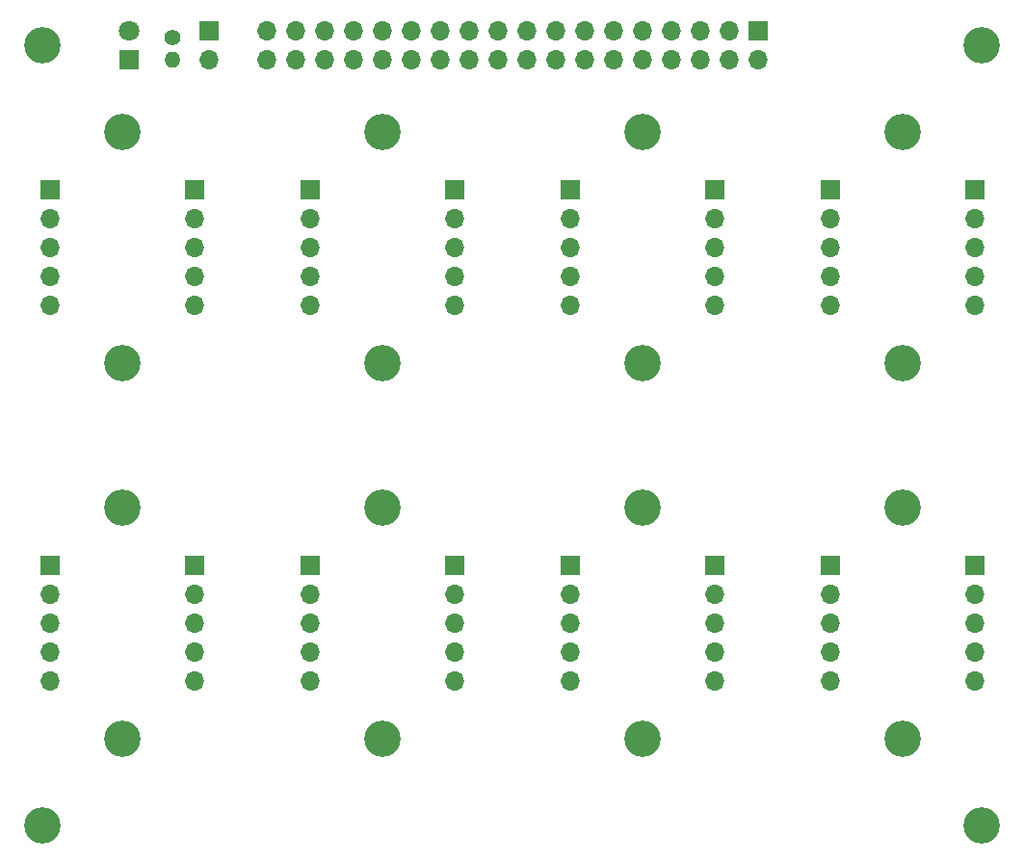
<source format=gbr>
%TF.GenerationSoftware,KiCad,Pcbnew,(5.1.10)-1*%
%TF.CreationDate,2021-11-06T18:59:30+11:00*%
%TF.ProjectId,pannel_subboard,70616e6e-656c-45f7-9375-62626f617264,rev?*%
%TF.SameCoordinates,Original*%
%TF.FileFunction,Soldermask,Bot*%
%TF.FilePolarity,Negative*%
%FSLAX46Y46*%
G04 Gerber Fmt 4.6, Leading zero omitted, Abs format (unit mm)*
G04 Created by KiCad (PCBNEW (5.1.10)-1) date 2021-11-06 18:59:30*
%MOMM*%
%LPD*%
G01*
G04 APERTURE LIST*
%ADD10R,1.700000X1.700000*%
%ADD11O,1.700000X1.700000*%
%ADD12C,1.400000*%
%ADD13O,1.400000X1.400000*%
%ADD14R,1.800000X1.800000*%
%ADD15C,1.800000*%
%ADD16C,3.200000*%
G04 APERTURE END LIST*
D10*
%TO.C,J18*%
X145415000Y-107365000D03*
D11*
X145415000Y-109905000D03*
X145415000Y-112445000D03*
X145415000Y-114985000D03*
X145415000Y-117525000D03*
%TD*%
D10*
%TO.C,J17*%
X99695000Y-107365000D03*
D11*
X99695000Y-109905000D03*
X99695000Y-112445000D03*
X99695000Y-114985000D03*
X99695000Y-117525000D03*
%TD*%
D10*
%TO.C,J16*%
X145415000Y-74345000D03*
D11*
X145415000Y-76885000D03*
X145415000Y-79425000D03*
X145415000Y-81965000D03*
X145415000Y-84505000D03*
%TD*%
D10*
%TO.C,J15*%
X99695000Y-74345000D03*
D11*
X99695000Y-76885000D03*
X99695000Y-79425000D03*
X99695000Y-81965000D03*
X99695000Y-84505000D03*
%TD*%
D10*
%TO.C,J14*%
X122555000Y-107365000D03*
D11*
X122555000Y-109905000D03*
X122555000Y-112445000D03*
X122555000Y-114985000D03*
X122555000Y-117525000D03*
%TD*%
D10*
%TO.C,J13*%
X76835000Y-107365000D03*
D11*
X76835000Y-109905000D03*
X76835000Y-112445000D03*
X76835000Y-114985000D03*
X76835000Y-117525000D03*
%TD*%
D10*
%TO.C,J12*%
X122555000Y-74345000D03*
D11*
X122555000Y-76885000D03*
X122555000Y-79425000D03*
X122555000Y-81965000D03*
X122555000Y-84505000D03*
%TD*%
D10*
%TO.C,J11*%
X76835000Y-74345000D03*
D11*
X76835000Y-76885000D03*
X76835000Y-79425000D03*
X76835000Y-81965000D03*
X76835000Y-84505000D03*
%TD*%
D10*
%TO.C,J10*%
X139065000Y-60375000D03*
D11*
X139065000Y-62915000D03*
X136525000Y-60375000D03*
X136525000Y-62915000D03*
X133985000Y-60375000D03*
X133985000Y-62915000D03*
X131445000Y-60375000D03*
X131445000Y-62915000D03*
X128905000Y-60375000D03*
X128905000Y-62915000D03*
X126365000Y-60375000D03*
X126365000Y-62915000D03*
X123825000Y-60375000D03*
X123825000Y-62915000D03*
X121285000Y-60375000D03*
X121285000Y-62915000D03*
X118745000Y-60375000D03*
X118745000Y-62915000D03*
X116205000Y-60375000D03*
X116205000Y-62915000D03*
X113665000Y-60375000D03*
X113665000Y-62915000D03*
X111125000Y-60375000D03*
X111125000Y-62915000D03*
X108585000Y-60375000D03*
X108585000Y-62915000D03*
X106045000Y-60375000D03*
X106045000Y-62915000D03*
X103505000Y-60375000D03*
X103505000Y-62915000D03*
X100965000Y-60375000D03*
X100965000Y-62915000D03*
X98425000Y-60375000D03*
X98425000Y-62915000D03*
X95885000Y-60375000D03*
X95885000Y-62915000D03*
%TD*%
D12*
%TO.C,R1*%
X87630000Y-61010000D03*
D13*
X87630000Y-62910000D03*
%TD*%
D10*
%TO.C,J9*%
X158115000Y-107365000D03*
D11*
X158115000Y-109905000D03*
X158115000Y-112445000D03*
X158115000Y-114985000D03*
X158115000Y-117525000D03*
%TD*%
D10*
%TO.C,J8*%
X112395000Y-107365000D03*
D11*
X112395000Y-109905000D03*
X112395000Y-112445000D03*
X112395000Y-114985000D03*
X112395000Y-117525000D03*
%TD*%
D10*
%TO.C,J7*%
X158115000Y-74345000D03*
D11*
X158115000Y-76885000D03*
X158115000Y-79425000D03*
X158115000Y-81965000D03*
X158115000Y-84505000D03*
%TD*%
D10*
%TO.C,J6*%
X112395000Y-74345000D03*
D11*
X112395000Y-76885000D03*
X112395000Y-79425000D03*
X112395000Y-81965000D03*
X112395000Y-84505000D03*
%TD*%
D10*
%TO.C,J5*%
X135255000Y-107365000D03*
D11*
X135255000Y-109905000D03*
X135255000Y-112445000D03*
X135255000Y-114985000D03*
X135255000Y-117525000D03*
%TD*%
D10*
%TO.C,J4*%
X89535000Y-107365000D03*
D11*
X89535000Y-109905000D03*
X89535000Y-112445000D03*
X89535000Y-114985000D03*
X89535000Y-117525000D03*
%TD*%
D10*
%TO.C,J3*%
X135255000Y-74345000D03*
D11*
X135255000Y-76885000D03*
X135255000Y-79425000D03*
X135255000Y-81965000D03*
X135255000Y-84505000D03*
%TD*%
D10*
%TO.C,J2*%
X89535000Y-74345000D03*
D11*
X89535000Y-76885000D03*
X89535000Y-79425000D03*
X89535000Y-81965000D03*
X89535000Y-84505000D03*
%TD*%
D10*
%TO.C,J1*%
X90805000Y-60375000D03*
D11*
X90805000Y-62915000D03*
%TD*%
D14*
%TO.C,D1*%
X83820000Y-62915000D03*
D15*
X83820000Y-60375000D03*
%TD*%
D16*
%TO.C,REF\u002A\u002A*%
X158750000Y-130225000D03*
%TD*%
%TO.C,REF\u002A\u002A*%
X158750000Y-61630000D03*
%TD*%
%TO.C,REF\u002A\u002A*%
X76200000Y-130225000D03*
%TD*%
%TO.C,REF\u002A\u002A*%
X76200000Y-61645000D03*
%TD*%
%TO.C,REF\u002A\u002A*%
X128905000Y-122605000D03*
%TD*%
%TO.C,REF\u002A\u002A*%
X128905000Y-102285000D03*
%TD*%
%TO.C,REF\u002A\u002A*%
X106045000Y-122605000D03*
%TD*%
%TO.C,REF\u002A\u002A*%
X106045000Y-102285000D03*
%TD*%
%TO.C,REF\u002A\u002A*%
X128905000Y-89585000D03*
%TD*%
%TO.C,REF\u002A\u002A*%
X128905000Y-69265000D03*
%TD*%
%TO.C,REF\u002A\u002A*%
X106045000Y-89585000D03*
%TD*%
%TO.C,REF\u002A\u002A*%
X106045000Y-69265000D03*
%TD*%
%TO.C,REF\u002A\u002A*%
X151765000Y-89585000D03*
%TD*%
%TO.C,REF\u002A\u002A*%
X151765000Y-69265000D03*
%TD*%
%TO.C,REF\u002A\u002A*%
X151765000Y-122605000D03*
%TD*%
%TO.C,REF\u002A\u002A*%
X151765000Y-102285000D03*
%TD*%
%TO.C,REF\u002A\u002A*%
X83185000Y-122605000D03*
%TD*%
%TO.C,REF\u002A\u002A*%
X83185000Y-102285000D03*
%TD*%
%TO.C,REF\u002A\u002A*%
X83185000Y-89585000D03*
%TD*%
%TO.C,REF\u002A\u002A*%
X83185000Y-69265000D03*
%TD*%
M02*

</source>
